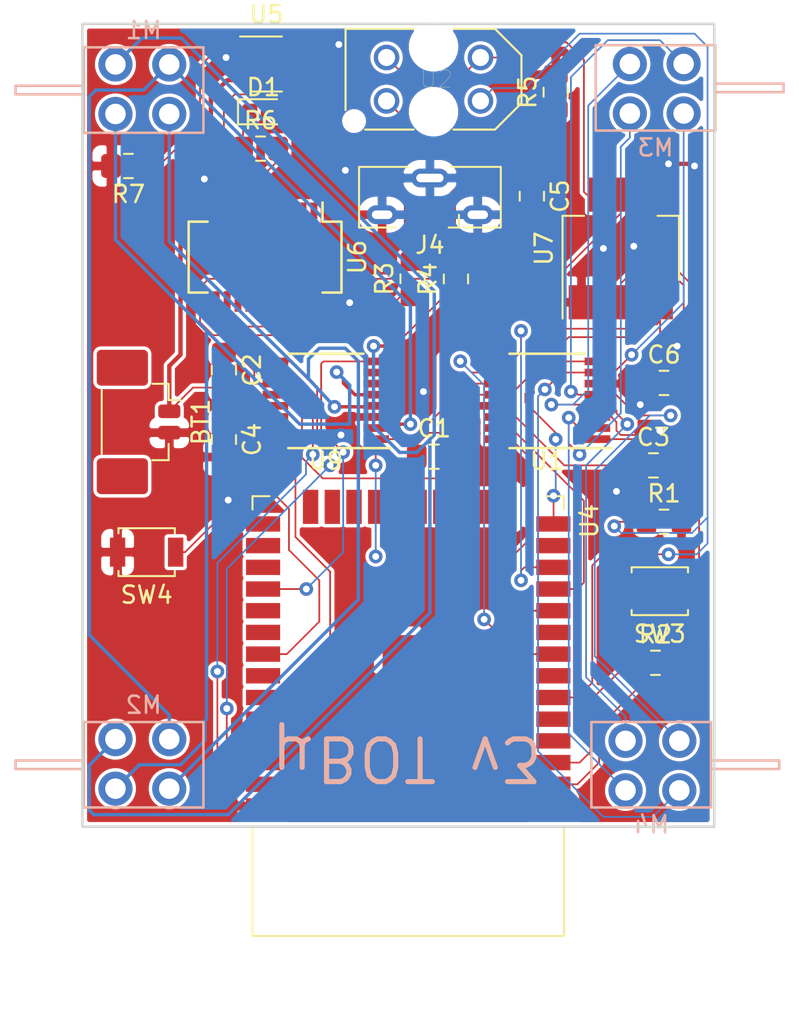
<source format=kicad_pcb>
(kicad_pcb (version 20171130) (host pcbnew "(5.1.5)-3")
  (layers (0 F.Cu signal) (31 B.Cu signal) (34 B.Paste user) (35 F.Paste user) (36 B.SilkS user) (37 F.SilkS user) (38 B.Mask user) (39 F.Mask user) (44 Edge.Cuts user))
  (net 0 "")
  (net 1 "Net-(J4-Pad4)")
  (net 2 "Net-(J4-Pad3)")
  (net 3 "Net-(J4-Pad2)")
  (net 4 +BATT)
  (net 5 GND)
  (net 6 "Net-(C1-Pad1)")
  (net 7 "Net-(C2-Pad1)")
  (net 8 "Net-(C3-Pad1)")
  (net 9 "Net-(C4-Pad1)")
  (net 10 +5V)
  (net 11 "Net-(D1-Pad1)")
  (net 12 /LEFT_D)
  (net 13 /LEFT_B)
  (net 14 /LEFT_C)
  (net 15 /LEFT_A)
  (net 16 /RIGHT_A)
  (net 17 /RIGHT_C)
  (net 18 /RIGHT_B)
  (net 19 /RIGHT_D)
  (net 20 /IR_VOUT)
  (net 21 "Net-(R2-Pad1)")
  (net 22 +3V3)
  (net 23 /USB_D+)
  (net 24 /USB_D-)
  (net 25 "Net-(R5-Pad1)")
  (net 26 "Net-(R6-Pad2)")
  (net 27 "Net-(R7-Pad1)")
  (net 28 "Net-(SW4-Pad1)")
  (net 29 /RIGHT_A_IO)
  (net 30 /RIGHT_B_IO)
  (net 31 /RIGHT_D_IO)
  (net 32 /RIGHT_C_IO)
  (net 33 /RIGHT_FAULT)
  (net 34 /MOTOR_SLEEP)
  (net 35 "Net-(U4-Pad4)")
  (net 36 "Net-(U4-Pad5)")
  (net 37 "Net-(U4-Pad7)")
  (net 38 "Net-(U4-Pad9)")
  (net 39 "Net-(U4-Pad13)")
  (net 40 "Net-(U4-Pad16)")
  (net 41 "Net-(U4-Pad17)")
  (net 42 "Net-(U4-Pad18)")
  (net 43 "Net-(U4-Pad19)")
  (net 44 "Net-(U4-Pad20)")
  (net 45 "Net-(U4-Pad22)")
  (net 46 "Net-(U4-Pad23)")
  (net 47 "Net-(U4-Pad24)")
  (net 48 "Net-(U4-Pad26)")
  (net 49 /LEFT_FAULT)
  (net 50 "Net-(U4-Pad29)")
  (net 51 /LEFT_A_IO)
  (net 52 "Net-(U4-Pad32)")
  (net 53 /LEFT_B_IO)
  (net 54 /ESP_RXD0)
  (net 55 /ESP_TXD0)
  (net 56 /LEFT_C_IO)
  (net 57 /LEFT_D_IO)
  (net 58 "Net-(U6-Pad1)")
  (net 59 "Net-(U6-Pad2)")
  (net 60 "Net-(U6-Pad4)")
  (net 61 "Net-(U6-Pad5)")
  (net 62 "Net-(U6-Pad7)")
  (net 63 "Net-(U6-Pad8)")
  (net 64 "Net-(U6-Pad9)")
  (net 65 "Net-(U6-Pad10)")
  (net 66 "Net-(U6-Pad14)")
  (net 67 "Net-(U6-Pad17)")
  (net 68 "Net-(U6-Pad18)")
  (net 69 "Net-(U6-Pad19)")
  (net 70 "Net-(U6-Pad20)")
  (net 71 "Net-(U4-Pad30)")
  (net 72 "Net-(U4-Pad27)")
  (module Connector_Molex:Molex_PicoBlade_53398-0271_1x02-1MP_P1.25mm_Vertical (layer F.Cu) (at 106.68 75.946 270)
    (fp_text reference BT1 (at 0 -3.1 90) (layer F.SilkS))
    (fp_text value Battery_Cell)
    (pad 1 smd roundrect (at -0.625 -1.25 270) (size 0.8 1.3) (layers F.Cu F.Paste F.Mask) (net 4 +BATT))
    (pad 2 smd roundrect (at 0.625 -1.25 270) (size 0.8 1.3) (layers F.Cu F.Paste F.Mask) (net 5 GND))
    (pad MP smd roundrect (at -3.175 1.5 270) (size 2.1 3) (layers F.Cu F.Paste F.Mask) (roundrect_rratio 0.119048))
    (pad MP smd roundrect (at 3.175 1.5 270) (size 2.1 3) (layers F.Cu F.Paste F.Mask) (roundrect_rratio 0.119048))
  )
  (module Capacitor_SMD:C_0805_2012Metric_Pad1.15x1.40mm_HandSolder (layer F.Cu) (at 123.444 77.978)
    (fp_text reference C1 (at 0 -1.65) (layer F.SilkS))
    (fp_text value 0.01uF)
    (pad 1 smd roundrect (at -1.025 0) (size 1.15 1.4) (layers F.Cu F.Paste F.Mask) (roundrect_rratio 0.217391) (net 6 "Net-(C1-Pad1)"))
    (pad 2 smd roundrect (at 1.025 0) (size 1.15 1.4) (layers F.Cu F.Paste F.Mask) (roundrect_rratio 0.217391) (net 4 +BATT))
  )
  (module Capacitor_SMD:C_0805_2012Metric_Pad1.15x1.40mm_HandSolder (layer F.Cu) (at 111.125 72.907 270)
    (fp_text reference C2 (at 0 -1.65 90) (layer F.SilkS))
    (fp_text value 0.01uF)
    (pad 1 smd roundrect (at -1.025 0 270) (size 1.15 1.4) (layers F.Cu F.Paste F.Mask) (roundrect_rratio 0.217391) (net 7 "Net-(C2-Pad1)"))
    (pad 2 smd roundrect (at 1.025 0 270) (size 1.15 1.4) (layers F.Cu F.Paste F.Mask) (roundrect_rratio 0.217391) (net 4 +BATT))
  )
  (module Capacitor_SMD:C_0805_2012Metric_Pad1.15x1.40mm_HandSolder (layer F.Cu) (at 136.28 78.486)
    (fp_text reference C3 (at 0 -1.65) (layer F.SilkS))
    (fp_text value C_Small)
    (pad 2 smd roundrect (at 1.025 0) (size 1.15 1.4) (layers F.Cu F.Paste F.Mask) (roundrect_rratio 0.217391) (net 5 GND))
    (pad 1 smd roundrect (at -1.025 0) (size 1.15 1.4) (layers F.Cu F.Paste F.Mask) (roundrect_rratio 0.217391) (net 8 "Net-(C3-Pad1)"))
  )
  (module Capacitor_SMD:C_0805_2012Metric_Pad1.15x1.40mm_HandSolder (layer F.Cu) (at 111.125 76.971 270)
    (fp_text reference C4 (at 0 -1.65 90) (layer F.SilkS))
    (fp_text value C_Small)
    (pad 2 smd roundrect (at 1.025 0 270) (size 1.15 1.4) (layers F.Cu F.Paste F.Mask) (roundrect_rratio 0.217391) (net 5 GND))
    (pad 1 smd roundrect (at -1.025 0 270) (size 1.15 1.4) (layers F.Cu F.Paste F.Mask) (roundrect_rratio 0.217391) (net 9 "Net-(C4-Pad1)"))
  )
  (module Capacitor_SMD:C_0805_2012Metric_Pad1.15x1.40mm_HandSolder (layer F.Cu) (at 129.159 62.729 270)
    (fp_text reference C5 (at 0 -1.65 90) (layer F.SilkS))
    (fp_text value 4.7uF)
    (pad 2 smd roundrect (at 1.025 0 270) (size 1.15 1.4) (layers F.Cu F.Paste F.Mask) (roundrect_rratio 0.217391) (net 5 GND))
    (pad 1 smd roundrect (at -1.025 0 270) (size 1.15 1.4) (layers F.Cu F.Paste F.Mask) (roundrect_rratio 0.217391) (net 10 +5V))
  )
  (module Capacitor_SMD:C_0805_2012Metric_Pad1.15x1.40mm_HandSolder (layer F.Cu) (at 136.897 73.66)
    (fp_text reference C6 (at 0 -1.65) (layer F.SilkS))
    (fp_text value 4.7uF)
    (pad 1 smd roundrect (at -1.025 0) (size 1.15 1.4) (layers F.Cu F.Paste F.Mask) (roundrect_rratio 0.217391) (net 4 +BATT))
    (pad 2 smd roundrect (at 1.025 0) (size 1.15 1.4) (layers F.Cu F.Paste F.Mask) (roundrect_rratio 0.217391) (net 5 GND))
  )
  (module LED_SMD:LED_0603_1608Metric (layer F.Cu) (at 113.4365 57.785)
    (fp_text reference D1 (at 0 -1.43) (layer F.SilkS))
    (fp_text value LED_Small)
    (pad 1 smd roundrect (at -0.7875 0) (size 0.875 0.95) (layers F.Cu F.Paste F.Mask) (net 11 "Net-(D1-Pad1)"))
    (pad 2 smd roundrect (at 0.7875 0) (size 0.875 0.95) (layers F.Cu F.Paste F.Mask) (net 10 +5V))
  )
  (module kicad_footprints:micro_stepper1 (layer B.Cu) (at 136.398 56.388)
    (fp_text reference M3 (at 0 3.5) (layer B.SilkS) (effects (justify mirror)))
    (fp_text value Stepper_Motor_bipolar)
    (pad 1 thru_hole circle (at -1.5 1.5) (size 2 2) (drill 1.2) (layers *.Cu *.Mask) (net 16 /RIGHT_A))
    (pad 3 thru_hole circle (at 1.65 1.5) (size 2 2) (drill 1.2) (layers *.Cu *.Mask) (net 17 /RIGHT_C))
    (pad 2 thru_hole circle (at -1.5 -1.4) (size 2 2) (drill 1.2) (layers *.Cu *.Mask) (net 18 /RIGHT_B))
    (pad 4 thru_hole circle (at 1.65 -1.4) (size 2 2) (drill 1.2) (layers *.Cu *.Mask) (net 19 /RIGHT_D))
  )
  (module kicad_footprints:micro_stepper1 (layer B.Cu) (at 136.144 96.012)
    (fp_text reference M4 (at 0 3.5) (layer B.SilkS) (effects (justify mirror)))
    (fp_text value Stepper_Motor_bipolar)
    (pad 4 thru_hole circle (at 1.65 -1.4) (size 2 2) (drill 1.2) (layers *.Cu *.Mask) (net 19 /RIGHT_D))
    (pad 2 thru_hole circle (at -1.5 -1.4) (size 2 2) (drill 1.2) (layers *.Cu *.Mask) (net 18 /RIGHT_B))
    (pad 3 thru_hole circle (at 1.65 1.5) (size 2 2) (drill 1.2) (layers *.Cu *.Mask) (net 17 /RIGHT_C))
    (pad 1 thru_hole circle (at -1.5 1.5) (size 2 2) (drill 1.2) (layers *.Cu *.Mask) (net 16 /RIGHT_A))
  )
  (module Resistor_SMD:R_0805_2012Metric_Pad1.15x1.40mm_HandSolder (layer F.Cu) (at 136.897 81.788)
    (fp_text reference R1 (at 0 -1.65) (layer F.SilkS))
    (fp_text value 10k)
    (pad 1 smd roundrect (at -1.025 0) (size 1.15 1.4) (layers F.Cu F.Paste F.Mask) (roundrect_rratio 0.217391) (net 20 /IR_VOUT))
    (pad 2 smd roundrect (at 1.025 0) (size 1.15 1.4) (layers F.Cu F.Paste F.Mask) (roundrect_rratio 0.217391) (net 5 GND))
  )
  (module Resistor_SMD:R_0805_2012Metric_Pad1.15x1.40mm_HandSolder (layer F.Cu) (at 136.398 90.043)
    (fp_text reference R2 (at 0 -1.65) (layer F.SilkS))
    (fp_text value 10K)
    (pad 1 smd roundrect (at -1.025 0) (size 1.15 1.4) (layers F.Cu F.Paste F.Mask) (roundrect_rratio 0.217391) (net 21 "Net-(R2-Pad1)"))
    (pad 2 smd roundrect (at 1.025 0) (size 1.15 1.4) (layers F.Cu F.Paste F.Mask) (roundrect_rratio 0.217391) (net 22 +3V3))
  )
  (module Resistor_SMD:R_0805_2012Metric_Pad1.15x1.40mm_HandSolder (layer F.Cu) (at 122.174 67.564 90)
    (fp_text reference R3 (at 0 -1.65 90) (layer F.SilkS))
    (fp_text value 27R)
    (pad 1 smd roundrect (at -1.025 0 90) (size 1.15 1.4) (layers F.Cu F.Paste F.Mask) (roundrect_rratio 0.217391) (net 23 /USB_D+))
    (pad 2 smd roundrect (at 1.025 0 90) (size 1.15 1.4) (layers F.Cu F.Paste F.Mask) (roundrect_rratio 0.217391) (net 2 "Net-(J4-Pad3)"))
  )
  (module Resistor_SMD:R_0805_2012Metric_Pad1.15x1.40mm_HandSolder (layer F.Cu) (at 124.714 67.573 90)
    (fp_text reference R4 (at 0 -1.65 90) (layer F.SilkS))
    (fp_text value 27R)
    (pad 2 smd roundrect (at 1.025 0 90) (size 1.15 1.4) (layers F.Cu F.Paste F.Mask) (roundrect_rratio 0.217391) (net 3 "Net-(J4-Pad2)"))
    (pad 1 smd roundrect (at -1.025 0 90) (size 1.15 1.4) (layers F.Cu F.Paste F.Mask) (roundrect_rratio 0.217391) (net 24 /USB_D-))
  )
  (module Resistor_SMD:R_0805_2012Metric_Pad1.15x1.40mm_HandSolder (layer F.Cu) (at 130.556 56.642 90)
    (fp_text reference R5 (at 0 -1.65 90) (layer F.SilkS))
    (fp_text value 220R)
    (pad 2 smd roundrect (at 1.025 0 90) (size 1.15 1.4) (layers F.Cu F.Paste F.Mask) (roundrect_rratio 0.217391) (net 5 GND))
    (pad 1 smd roundrect (at -1.025 0 90) (size 1.15 1.4) (layers F.Cu F.Paste F.Mask) (roundrect_rratio 0.217391) (net 25 "Net-(R5-Pad1)"))
  )
  (module Resistor_SMD:R_0805_2012Metric_Pad1.15x1.40mm_HandSolder (layer F.Cu) (at 113.275 59.944)
    (fp_text reference R6 (at 0 -1.65) (layer F.SilkS))
    (fp_text value 220R)
    (pad 1 smd roundrect (at -1.025 0) (size 1.15 1.4) (layers F.Cu F.Paste F.Mask) (roundrect_rratio 0.217391) (net 11 "Net-(D1-Pad1)"))
    (pad 2 smd roundrect (at 1.025 0) (size 1.15 1.4) (layers F.Cu F.Paste F.Mask) (roundrect_rratio 0.217391) (net 26 "Net-(R6-Pad2)"))
  )
  (module Resistor_SMD:R_0805_2012Metric_Pad1.15x1.40mm_HandSolder (layer F.Cu) (at 105.537 60.96 180)
    (fp_text reference R7 (at 0 -1.65) (layer F.SilkS))
    (fp_text value 2k)
    (pad 2 smd roundrect (at 1.025 0 180) (size 1.15 1.4) (layers F.Cu F.Paste F.Mask) (roundrect_rratio 0.217391) (net 5 GND))
    (pad 1 smd roundrect (at -1.025 0 180) (size 1.15 1.4) (layers F.Cu F.Paste F.Mask) (roundrect_rratio 0.217391) (net 27 "Net-(R7-Pad1)"))
  )
  (module Button_Switch_SMD:SW_SPST_B3U-1000P (layer F.Cu) (at 136.652 85.852 180)
    (fp_text reference SW3 (at 0 -2.5) (layer F.SilkS))
    (fp_text value EN)
    (pad 1 smd rect (at -1.7 0 180) (size 0.9 1.7) (layers F.Cu F.Paste F.Mask) (net 5 GND))
    (pad 2 smd rect (at 1.7 0 180) (size 0.9 1.7) (layers F.Cu F.Paste F.Mask) (net 21 "Net-(R2-Pad1)"))
  )
  (module Button_Switch_SMD:SW_SPST_B3U-1000P (layer F.Cu) (at 106.602 83.566 180)
    (fp_text reference SW4 (at 0 -2.5) (layer F.SilkS))
    (fp_text value BOOT)
    (pad 2 smd rect (at 1.7 0 180) (size 0.9 1.7) (layers F.Cu F.Paste F.Mask) (net 5 GND))
    (pad 1 smd rect (at -1.7 0 180) (size 0.9 1.7) (layers F.Cu F.Paste F.Mask) (net 28 "Net-(SW4-Pad1)"))
  )
  (module Package_SO:TSSOP-16_4.4x5mm_P0.65mm (layer F.Cu) (at 130.048 74.676 180)
    (fp_text reference U1 (at 0 -3.55) (layer F.SilkS))
    (fp_text value DRV8833PW)
    (pad 16 smd rect (at 2.95 -2.275 180) (size 1.5 0.45) (layers F.Cu F.Paste F.Mask) (net 29 /RIGHT_A_IO))
    (pad 15 smd rect (at 2.95 -1.625 180) (size 1.5 0.45) (layers F.Cu F.Paste F.Mask) (net 30 /RIGHT_B_IO))
    (pad 14 smd rect (at 2.95 -0.975 180) (size 1.5 0.45) (layers F.Cu F.Paste F.Mask) (net 8 "Net-(C3-Pad1)"))
    (pad 13 smd rect (at 2.95 -0.325 180) (size 1.5 0.45) (layers F.Cu F.Paste F.Mask) (net 5 GND))
    (pad 12 smd rect (at 2.95 0.325 180) (size 1.5 0.45) (layers F.Cu F.Paste F.Mask) (net 4 +BATT))
    (pad 11 smd rect (at 2.95 0.975 180) (size 1.5 0.45) (layers F.Cu F.Paste F.Mask) (net 6 "Net-(C1-Pad1)"))
    (pad 10 smd rect (at 2.95 1.625 180) (size 1.5 0.45) (layers F.Cu F.Paste F.Mask) (net 31 /RIGHT_D_IO))
    (pad 9 smd rect (at 2.95 2.275 180) (size 1.5 0.45) (layers F.Cu F.Paste F.Mask) (net 32 /RIGHT_C_IO))
    (pad 8 smd rect (at -2.95 2.275 180) (size 1.5 0.45) (layers F.Cu F.Paste F.Mask) (net 33 /RIGHT_FAULT))
    (pad 7 smd rect (at -2.95 1.625 180) (size 1.5 0.45) (layers F.Cu F.Paste F.Mask) (net 17 /RIGHT_C))
    (pad 6 smd rect (at -2.95 0.975 180) (size 1.5 0.45) (layers F.Cu F.Paste F.Mask) (net 5 GND))
    (pad 5 smd rect (at -2.95 0.325 180) (size 1.5 0.45) (layers F.Cu F.Paste F.Mask) (net 19 /RIGHT_D))
    (pad 4 smd rect (at -2.95 -0.325 180) (size 1.5 0.45) (layers F.Cu F.Paste F.Mask) (net 18 /RIGHT_B))
    (pad 3 smd rect (at -2.95 -0.975 180) (size 1.5 0.45) (layers F.Cu F.Paste F.Mask) (net 5 GND))
    (pad 2 smd rect (at -2.95 -1.625 180) (size 1.5 0.45) (layers F.Cu F.Paste F.Mask) (net 16 /RIGHT_A))
    (pad 1 smd rect (at -2.95 -2.275 180) (size 1.5 0.45) (layers F.Cu F.Paste F.Mask) (net 34 /MOTOR_SLEEP))
  )
  (module kicad_footprints:OPTO_TCRT5000 (layer F.Cu) (at 123.4 55.88)
    (fp_text reference U2 (at 0.171 0) (layer F.SilkS) (effects (font (size 1.004126 1.004126) (thickness 0.015))))
    (fp_text value TCRT5000)
    (pad None np_thru_hole circle (at 0 -1.9) (size 2.5 2.5) (drill 2.5) (layers *.Cu *.Mask))
    (pad None np_thru_hole circle (at 0 1.9) (size 2.5 2.5) (drill 2.5) (layers *.Cu *.Mask))
    (pad None np_thru_hole circle (at -4.65 2.45) (size 1 1) (drill 1) (layers *.Cu *.Mask))
    (pad CATH thru_hole circle (at 2.75 1.27) (size 1.5 1.5) (drill 1) (layers *.Cu *.Mask) (net 20 /IR_VOUT))
    (pad A thru_hole circle (at 2.75 -1.27) (size 1.5 1.5) (drill 1) (layers *.Cu *.Mask) (net 22 +3V3))
    (pad E thru_hole circle (at -2.75 1.27) (size 1.5 1.5) (drill 1) (layers *.Cu *.Mask) (net 25 "Net-(R5-Pad1)"))
    (pad COLL thru_hole circle (at -2.75 -1.27) (size 1.5 1.5) (drill 1) (layers *.Cu *.Mask) (net 22 +3V3))
  )
  (module RF_Module:ESP32-WROOM-32 (layer F.Cu) (at 121.92 90.17 180)
    (fp_text reference U4 (at -10.61 8.43 90) (layer F.SilkS))
    (fp_text value ESP32-WROOM-32D)
    (pad 39 smd rect (at -1 -0.755 180) (size 5 5) (layers F.Cu F.Paste F.Mask) (net 5 GND))
    (pad 1 smd rect (at -8.5 -8.255 180) (size 2 0.9) (layers F.Cu F.Paste F.Mask) (net 5 GND))
    (pad 2 smd rect (at -8.5 -6.985 180) (size 2 0.9) (layers F.Cu F.Paste F.Mask) (net 22 +3V3))
    (pad 3 smd rect (at -8.5 -5.715 180) (size 2 0.9) (layers F.Cu F.Paste F.Mask) (net 21 "Net-(R2-Pad1)"))
    (pad 4 smd rect (at -8.5 -4.445 180) (size 2 0.9) (layers F.Cu F.Paste F.Mask) (net 35 "Net-(U4-Pad4)"))
    (pad 5 smd rect (at -8.5 -3.175 180) (size 2 0.9) (layers F.Cu F.Paste F.Mask) (net 36 "Net-(U4-Pad5)"))
    (pad 6 smd rect (at -8.5 -1.905 180) (size 2 0.9) (layers F.Cu F.Paste F.Mask) (net 20 /IR_VOUT))
    (pad 7 smd rect (at -8.5 -0.635 180) (size 2 0.9) (layers F.Cu F.Paste F.Mask) (net 37 "Net-(U4-Pad7)"))
    (pad 8 smd rect (at -8.5 0.635 180) (size 2 0.9) (layers F.Cu F.Paste F.Mask) (net 31 /RIGHT_D_IO))
    (pad 9 smd rect (at -8.5 1.905 180) (size 2 0.9) (layers F.Cu F.Paste F.Mask) (net 38 "Net-(U4-Pad9)"))
    (pad 10 smd rect (at -8.5 3.175 180) (size 2 0.9) (layers F.Cu F.Paste F.Mask) (net 29 /RIGHT_A_IO))
    (pad 11 smd rect (at -8.5 4.445 180) (size 2 0.9) (layers F.Cu F.Paste F.Mask) (net 30 /RIGHT_B_IO))
    (pad 12 smd rect (at -8.5 5.715 180) (size 2 0.9) (layers F.Cu F.Paste F.Mask) (net 32 /RIGHT_C_IO))
    (pad 13 smd rect (at -8.5 6.985 180) (size 2 0.9) (layers F.Cu F.Paste F.Mask) (net 39 "Net-(U4-Pad13)"))
    (pad 14 smd rect (at -8.5 8.255 180) (size 2 0.9) (layers F.Cu F.Paste F.Mask) (net 33 /RIGHT_FAULT))
    (pad 15 smd rect (at -5.715 9.255 270) (size 2 0.9) (layers F.Cu F.Paste F.Mask) (net 5 GND))
    (pad 16 smd rect (at -4.445 9.255 270) (size 2 0.9) (layers F.Cu F.Paste F.Mask) (net 40 "Net-(U4-Pad16)"))
    (pad 17 smd rect (at -3.175 9.255 270) (size 2 0.9) (layers F.Cu F.Paste F.Mask) (net 41 "Net-(U4-Pad17)"))
    (pad 18 smd rect (at -1.905 9.255 270) (size 2 0.9) (layers F.Cu F.Paste F.Mask) (net 42 "Net-(U4-Pad18)"))
    (pad 19 smd rect (at -0.635 9.255 270) (size 2 0.9) (layers F.Cu F.Paste F.Mask) (net 43 "Net-(U4-Pad19)"))
    (pad 20 smd rect (at 0.635 9.255 270) (size 2 0.9) (layers F.Cu F.Paste F.Mask) (net 44 "Net-(U4-Pad20)"))
    (pad 21 smd rect (at 1.905 9.255 270) (size 2 0.9) (layers F.Cu F.Paste F.Mask) (net 34 /MOTOR_SLEEP))
    (pad 22 smd rect (at 3.175 9.255 270) (size 2 0.9) (layers F.Cu F.Paste F.Mask) (net 45 "Net-(U4-Pad22)"))
    (pad 23 smd rect (at 4.445 9.255 270) (size 2 0.9) (layers F.Cu F.Paste F.Mask) (net 46 "Net-(U4-Pad23)"))
    (pad 24 smd rect (at 5.715 9.255 270) (size 2 0.9) (layers F.Cu F.Paste F.Mask) (net 47 "Net-(U4-Pad24)"))
    (pad 25 smd rect (at 8.5 8.255 180) (size 2 0.9) (layers F.Cu F.Paste F.Mask) (net 28 "Net-(SW4-Pad1)"))
    (pad 26 smd rect (at 8.5 6.985 180) (size 2 0.9) (layers F.Cu F.Paste F.Mask) (net 48 "Net-(U4-Pad26)"))
    (pad 27 smd rect (at 8.5 5.715 180) (size 2 0.9) (layers F.Cu F.Paste F.Mask) (net 72 "Net-(U4-Pad27)"))
    (pad 28 smd rect (at 8.5 4.445 180) (size 2 0.9) (layers F.Cu F.Paste F.Mask) (net 49 /LEFT_FAULT))
    (pad 29 smd rect (at 8.5 3.175 180) (size 2 0.9) (layers F.Cu F.Paste F.Mask) (net 50 "Net-(U4-Pad29)"))
    (pad 30 smd rect (at 8.5 1.905 180) (size 2 0.9) (layers F.Cu F.Paste F.Mask) (net 71 "Net-(U4-Pad30)"))
    (pad 31 smd rect (at 8.5 0.635 180) (size 2 0.9) (layers F.Cu F.Paste F.Mask) (net 51 /LEFT_A_IO))
    (pad 32 smd rect (at 8.5 -0.635 180) (size 2 0.9) (layers F.Cu F.Paste F.Mask) (net 52 "Net-(U4-Pad32)"))
    (pad 33 smd rect (at 8.5 -1.905 180) (size 2 0.9) (layers F.Cu F.Paste F.Mask) (net 53 /LEFT_B_IO))
    (pad 34 smd rect (at 8.5 -3.175 180) (size 2 0.9) (layers F.Cu F.Paste F.Mask) (net 54 /ESP_RXD0))
    (pad 35 smd rect (at 8.5 -4.445 180) (size 2 0.9) (layers F.Cu F.Paste F.Mask) (net 55 /ESP_TXD0))
    (pad 36 smd rect (at 8.5 -5.715 180) (size 2 0.9) (layers F.Cu F.Paste F.Mask) (net 56 /LEFT_C_IO))
    (pad 37 smd rect (at 8.5 -6.985 180) (size 2 0.9) (layers F.Cu F.Paste F.Mask) (net 57 /LEFT_D_IO))
    (pad 38 smd rect (at 8.5 -8.255 180) (size 2 0.9) (layers F.Cu F.Paste F.Mask) (net 5 GND))
  )
  (module Package_TO_SOT_SMD:SOT-23-5 (layer F.Cu) (at 113.622 54.991)
    (fp_text reference U5 (at 0 -2.9) (layer F.SilkS))
    (fp_text value MCP73812T-420I-OT)
    (pad 1 smd rect (at -1.1 -0.95) (size 1.06 0.65) (layers F.Cu F.Paste F.Mask) (net 26 "Net-(R6-Pad2)"))
    (pad 2 smd rect (at -1.1 0) (size 1.06 0.65) (layers F.Cu F.Paste F.Mask) (net 5 GND))
    (pad 3 smd rect (at -1.1 0.95) (size 1.06 0.65) (layers F.Cu F.Paste F.Mask) (net 4 +BATT))
    (pad 4 smd rect (at 1.1 0.95) (size 1.06 0.65) (layers F.Cu F.Paste F.Mask) (net 10 +5V))
    (pad 5 smd rect (at 1.1 -0.95) (size 1.06 0.65) (layers F.Cu F.Paste F.Mask) (net 27 "Net-(R7-Pad1)"))
  )
  (module Package_SO:SSOP-20_3.9x8.7mm_P0.635mm (layer F.Cu) (at 113.538 66.294 270)
    (fp_text reference U6 (at 0 -5.4 90) (layer F.SilkS))
    (fp_text value FT231XS)
    (pad 1 smd rect (at -2.6 -2.8575 270) (size 1.2 0.4) (layers F.Cu F.Paste F.Mask) (net 58 "Net-(U6-Pad1)"))
    (pad 2 smd rect (at -2.6 -2.2225 270) (size 1.2 0.4) (layers F.Cu F.Paste F.Mask) (net 59 "Net-(U6-Pad2)"))
    (pad 3 smd rect (at -2.6 -1.5875 270) (size 1.2 0.4) (layers F.Cu F.Paste F.Mask) (net 22 +3V3))
    (pad 4 smd rect (at -2.6 -0.9525 270) (size 1.2 0.4) (layers F.Cu F.Paste F.Mask) (net 60 "Net-(U6-Pad4)"))
    (pad 5 smd rect (at -2.6 -0.3175 270) (size 1.2 0.4) (layers F.Cu F.Paste F.Mask) (net 61 "Net-(U6-Pad5)"))
    (pad 6 smd rect (at -2.6 0.3175 270) (size 1.2 0.4) (layers F.Cu F.Paste F.Mask) (net 5 GND))
    (pad 7 smd rect (at -2.6 0.9525 270) (size 1.2 0.4) (layers F.Cu F.Paste F.Mask) (net 62 "Net-(U6-Pad7)"))
    (pad 8 smd rect (at -2.6 1.5875 270) (size 1.2 0.4) (layers F.Cu F.Paste F.Mask) (net 63 "Net-(U6-Pad8)"))
    (pad 9 smd rect (at -2.6 2.2225 270) (size 1.2 0.4) (layers F.Cu F.Paste F.Mask) (net 64 "Net-(U6-Pad9)"))
    (pad 10 smd rect (at -2.6 2.8575 270) (size 1.2 0.4) (layers F.Cu F.Paste F.Mask) (net 65 "Net-(U6-Pad10)"))
    (pad 11 smd rect (at 2.6 2.8575 270) (size 1.2 0.4) (layers F.Cu F.Paste F.Mask) (net 23 /USB_D+))
    (pad 12 smd rect (at 2.6 2.2225 270) (size 1.2 0.4) (layers F.Cu F.Paste F.Mask) (net 24 /USB_D-))
    (pad 13 smd rect (at 2.6 1.5875 270) (size 1.2 0.4) (layers F.Cu F.Paste F.Mask) (net 22 +3V3))
    (pad 14 smd rect (at 2.6 0.9525 270) (size 1.2 0.4) (layers F.Cu F.Paste F.Mask) (net 66 "Net-(U6-Pad14)"))
    (pad 15 smd rect (at 2.6 0.3175 270) (size 1.2 0.4) (layers F.Cu F.Paste F.Mask) (net 22 +3V3))
    (pad 16 smd rect (at 2.6 -0.3175 270) (size 1.2 0.4) (layers F.Cu F.Paste F.Mask) (net 5 GND))
    (pad 17 smd rect (at 2.6 -0.9525 270) (size 1.2 0.4) (layers F.Cu F.Paste F.Mask) (net 67 "Net-(U6-Pad17)"))
    (pad 18 smd rect (at 2.6 -1.5875 270) (size 1.2 0.4) (layers F.Cu F.Paste F.Mask) (net 68 "Net-(U6-Pad18)"))
    (pad 19 smd rect (at 2.6 -2.2225 270) (size 1.2 0.4) (layers F.Cu F.Paste F.Mask) (net 69 "Net-(U6-Pad19)"))
    (pad 20 smd rect (at 2.6 -2.8575 270) (size 1.2 0.4) (layers F.Cu F.Paste F.Mask) (net 70 "Net-(U6-Pad20)"))
  )
  (module Package_TO_SOT_SMD:SOT-223-3_TabPin2 (layer F.Cu) (at 134.366 65.786 90)
    (fp_text reference U7 (at 0 -4.5 90) (layer F.SilkS))
    (fp_text value LM1117-3.3)
    (pad 2 smd rect (at 3.15 0 90) (size 2 3.8) (layers F.Cu F.Paste F.Mask) (net 22 +3V3))
    (pad 2 smd rect (at -3.15 0 90) (size 2 1.5) (layers F.Cu F.Paste F.Mask) (net 22 +3V3))
    (pad 3 smd rect (at -3.15 2.3 90) (size 2 1.5) (layers F.Cu F.Paste F.Mask) (net 4 +BATT))
    (pad 1 smd rect (at -3.15 -2.3 90) (size 2 1.5) (layers F.Cu F.Paste F.Mask) (net 5 GND))
  )
  (module Package_SO:TSSOP-16_4.4x5mm_P0.65mm (layer F.Cu) (at 117.094 74.676 180)
    (fp_text reference U9 (at 0 -3.55) (layer F.SilkS))
    (fp_text value DRV8833PW)
    (pad 1 smd rect (at -2.95 -2.275 180) (size 1.5 0.45) (layers F.Cu F.Paste F.Mask) (net 34 /MOTOR_SLEEP))
    (pad 2 smd rect (at -2.95 -1.625 180) (size 1.5 0.45) (layers F.Cu F.Paste F.Mask) (net 15 /LEFT_A))
    (pad 3 smd rect (at -2.95 -0.975 180) (size 1.5 0.45) (layers F.Cu F.Paste F.Mask) (net 5 GND))
    (pad 4 smd rect (at -2.95 -0.325 180) (size 1.5 0.45) (layers F.Cu F.Paste F.Mask) (net 13 /LEFT_B))
    (pad 5 smd rect (at -2.95 0.325 180) (size 1.5 0.45) (layers F.Cu F.Paste F.Mask) (net 12 /LEFT_D))
    (pad 6 smd rect (at -2.95 0.975 180) (size 1.5 0.45) (layers F.Cu F.Paste F.Mask) (net 5 GND))
    (pad 7 smd rect (at -2.95 1.625 180) (size 1.5 0.45) (layers F.Cu F.Paste F.Mask) (net 14 /LEFT_C))
    (pad 8 smd rect (at -2.95 2.275 180) (size 1.5 0.45) (layers F.Cu F.Paste F.Mask) (net 49 /LEFT_FAULT))
    (pad 9 smd rect (at 2.95 2.275 180) (size 1.5 0.45) (layers F.Cu F.Paste F.Mask) (net 56 /LEFT_C_IO))
    (pad 10 smd rect (at 2.95 1.625 180) (size 1.5 0.45) (layers F.Cu F.Paste F.Mask) (net 57 /LEFT_D_IO))
    (pad 11 smd rect (at 2.95 0.975 180) (size 1.5 0.45) (layers F.Cu F.Paste F.Mask) (net 7 "Net-(C2-Pad1)"))
    (pad 12 smd rect (at 2.95 0.325 180) (size 1.5 0.45) (layers F.Cu F.Paste F.Mask) (net 4 +BATT))
    (pad 13 smd rect (at 2.95 -0.325 180) (size 1.5 0.45) (layers F.Cu F.Paste F.Mask) (net 5 GND))
    (pad 14 smd rect (at 2.95 -0.975 180) (size 1.5 0.45) (layers F.Cu F.Paste F.Mask) (net 9 "Net-(C4-Pad1)"))
    (pad 15 smd rect (at 2.95 -1.625 180) (size 1.5 0.45) (layers F.Cu F.Paste F.Mask) (net 53 /LEFT_B_IO))
    (pad 16 smd rect (at 2.95 -2.275 180) (size 1.5 0.45) (layers F.Cu F.Paste F.Mask) (net 51 /LEFT_A_IO))
  )
  (module kicad_footprints:micro_stepper1 (layer B.Cu) (at 106.426 56.515 180)
    (fp_text reference M1 (at 0 3.5) (layer B.SilkS) (effects (justify mirror)))
    (fp_text value Stepper_Motor_bipolar)
    (pad 1 thru_hole circle (at -1.5 1.5 180) (size 2 2) (drill 1.2) (layers *.Cu *.Mask) (net 15 /LEFT_A))
    (pad 3 thru_hole circle (at 1.65 1.5 180) (size 2 2) (drill 1.2) (layers *.Cu *.Mask) (net 14 /LEFT_C))
    (pad 2 thru_hole circle (at -1.5 -1.4 180) (size 2 2) (drill 1.2) (layers *.Cu *.Mask) (net 13 /LEFT_B))
    (pad 4 thru_hole circle (at 1.65 -1.4 180) (size 2 2) (drill 1.2) (layers *.Cu *.Mask) (net 12 /LEFT_D))
  )
  (module kicad_footprints:micro_stepper1 (layer B.Cu) (at 106.426 96.012 180)
    (fp_text reference M2 (at 0 3.5) (layer B.SilkS) (effects (justify mirror)))
    (fp_text value Stepper_Motor_bipolar)
    (pad 4 thru_hole circle (at 1.65 -1.4 180) (size 2 2) (drill 1.2) (layers *.Cu *.Mask) (net 12 /LEFT_D))
    (pad 2 thru_hole circle (at -1.5 -1.4 180) (size 2 2) (drill 1.2) (layers *.Cu *.Mask) (net 13 /LEFT_B))
    (pad 3 thru_hole circle (at 1.65 1.5 180) (size 2 2) (drill 1.2) (layers *.Cu *.Mask) (net 14 /LEFT_C))
    (pad 1 thru_hole circle (at -1.5 1.5 180) (size 2 2) (drill 1.2) (layers *.Cu *.Mask) (net 15 /LEFT_A))
  )
  (module Connector_USB:USB_Micro-B_Molex-105133-0001 (layer F.Cu) (at 123.19 62.738 180)
    (fp_text reference J4 (at 0 -2.85) (layer F.SilkS))
    (fp_text value USB_B_Micro)
    (pad 3 smd rect (at 0 -0.825 180) (size 0.45 1.5) (layers F.Cu F.Paste F.Mask) (net 2 "Net-(J4-Pad3)"))
    (pad 4 smd rect (at 0.65 -0.825 180) (size 0.45 1.5) (layers F.Cu F.Paste F.Mask) (net 1 "Net-(J4-Pad4)"))
    (pad 2 smd rect (at -0.65 -0.825 180) (size 0.45 1.5) (layers F.Cu F.Paste F.Mask) (net 3 "Net-(J4-Pad2)"))
    (pad 5 smd rect (at 1.3 -0.825 180) (size 0.45 1.5) (layers F.Cu F.Paste F.Mask) (net 5 GND))
    (pad 1 smd rect (at -1.3 -0.825 180) (size 0.45 1.5) (layers F.Cu F.Paste F.Mask) (net 10 +5V))
    (pad 6 thru_hole oval (at -2.8 -1.075 180) (size 1.8 1.1) (drill oval 1.2 0.5) (layers *.Cu *.Mask) (net 5 GND))
    (pad 6 thru_hole oval (at 2.8 -1.075 180) (size 1.8 1.1) (drill oval 1.2 0.5) (layers *.Cu *.Mask) (net 5 GND))
    (pad 6 thru_hole oval (at 0 1.075 180) (size 2.2 1.1) (drill oval 1.6 0.5) (layers *.Cu *.Mask) (net 5 GND))
  )
  (gr_line (start 102.84 52.64) (end 102.84 99.64) (layer Edge.Cuts) (width 0.15))
  (gr_line (start 139.84 99.64) (end 139.84 52.64) (layer Edge.Cuts) (width 0.15))
  (gr_text "μBOT v3" (at 121.84 95.64 180) (layer B.SilkS) (effects (font (size 2.5 2.5) (thickness 0.3)) (justify mirror)))
  (gr_line (start 102.84 99.64) (end 139.84 99.64) (layer Edge.Cuts) (width 0.15))
  (gr_line (start 139.84 52.64) (end 102.84 52.64) (layer Edge.Cuts) (width 0.15))
  (segment (start 123.19 63.563) (end 123.19 64.77) (width 0.1) (layer F.Cu) (net 2))
  (segment (start 122.174 65.786) (end 122.174 66.539) (width 0.1) (layer F.Cu) (net 2))
  (segment (start 123.19 64.77) (end 122.174 65.786) (width 0.1) (layer F.Cu) (net 2))
  (segment (start 123.84 63.563) (end 123.84 64.413) (width 0.1) (layer F.Cu) (net 3))
  (segment (start 124.714 65.287) (end 124.714 66.548) (width 0.1) (layer F.Cu) (net 3))
  (segment (start 123.84 64.413) (end 124.714 65.287) (width 0.1) (layer F.Cu) (net 3))
  (segment (start 124.469 77.978) (end 124.469 76.953) (width 0.1) (layer F.Cu) (net 4))
  (segment (start 124.469 76.953) (end 125.222 76.2) (width 0.1) (layer F.Cu) (net 4))
  (segment (start 125.222 76.2) (end 125.222 74.93) (width 0.1) (layer F.Cu) (net 4))
  (segment (start 125.801 74.351) (end 127.098 74.351) (width 0.1) (layer F.Cu) (net 4))
  (segment (start 125.222 74.93) (end 125.801 74.351) (width 0.1) (layer F.Cu) (net 4))
  (segment (start 135.872 73.66) (end 135.872 71.646) (width 0.1) (layer F.Cu) (net 4))
  (segment (start 136.666 70.852) (end 136.666 68.936) (width 0.1) (layer F.Cu) (net 4))
  (segment (start 135.872 71.646) (end 136.666 70.852) (width 0.1) (layer F.Cu) (net 4))
  (segment (start 107.93 75.321) (end 107.93 72.664) (width 0.254) (layer F.Cu) (net 4))
  (segment (start 107.93 72.664) (end 108.585 72.009) (width 0.254) (layer F.Cu) (net 4))
  (segment (start 108.585 72.009) (end 108.585 60.579) (width 0.254) (layer F.Cu) (net 4))
  (segment (start 108.585 60.579) (end 110.363 58.801) (width 0.254) (layer F.Cu) (net 4))
  (segment (start 110.363 58.801) (end 110.363 56.896) (width 0.254) (layer F.Cu) (net 4))
  (segment (start 111.318 55.941) (end 112.522 55.941) (width 0.254) (layer F.Cu) (net 4))
  (segment (start 110.363 56.896) (end 111.318 55.941) (width 0.254) (layer F.Cu) (net 4))
  (segment (start 113.294 73.701) (end 114.144 73.701) (width 0.1) (layer F.Cu) (net 7))
  (segment (start 111.252 74.023) (end 111.952 74.023) (width 0.1) (layer F.Cu) (net 4))
  (segment (start 109.319 73.932) (end 107.93 75.321) (width 0.1) (layer F.Cu) (net 4))
  (segment (start 111.125 73.932) (end 109.319 73.932) (width 0.1) (layer F.Cu) (net 4))
  (segment (start 113.294 74.351) (end 114.144 74.351) (width 0.1) (layer F.Cu) (net 4))
  (segment (start 112.244 74.351) (end 113.294 74.351) (width 0.1) (layer F.Cu) (net 4))
  (segment (start 111.825 73.932) (end 112.244 74.351) (width 0.1) (layer F.Cu) (net 4))
  (segment (start 111.125 73.932) (end 111.825 73.932) (width 0.1) (layer F.Cu) (net 4))
  (segment (start 135.521 70.981) (end 136.271 70.231) (width 0.1) (layer F.Cu) (net 4))
  (segment (start 136.471 70.231) (end 136.666 70.036) (width 0.1) (layer F.Cu) (net 4))
  (segment (start 127.907998 74.351) (end 129.148999 73.109999) (width 0.1) (layer F.Cu) (net 4))
  (segment (start 131.318 70.981) (end 135.521 70.981) (width 0.1) (layer F.Cu) (net 4))
  (segment (start 127.098 74.351) (end 127.907998 74.351) (width 0.1) (layer F.Cu) (net 4))
  (segment (start 129.189001 73.109999) (end 131.318 70.981) (width 0.1) (layer F.Cu) (net 4))
  (segment (start 136.271 70.231) (end 136.471 70.231) (width 0.1) (layer F.Cu) (net 4))
  (segment (start 136.666 70.036) (end 136.666 68.936) (width 0.1) (layer F.Cu) (net 4))
  (segment (start 129.148999 73.109999) (end 129.189001 73.109999) (width 0.1) (layer F.Cu) (net 4))
  (segment (start 124.469 78.678) (end 124.469 77.978) (width 0.1) (layer F.Cu) (net 4))
  (segment (start 116.914996 79.248) (end 123.899 79.248) (width 0.1) (layer F.Cu) (net 4))
  (segment (start 123.899 79.248) (end 124.469 78.678) (width 0.1) (layer F.Cu) (net 4))
  (segment (start 114.144 74.351) (end 114.994 74.351) (width 0.1) (layer F.Cu) (net 4))
  (segment (start 115.697 78.030004) (end 116.914996 79.248) (width 0.1) (layer F.Cu) (net 4))
  (segment (start 114.994 74.351) (end 115.697 75.054) (width 0.1) (layer F.Cu) (net 4))
  (segment (start 115.697 75.054) (end 115.697 78.030004) (width 0.1) (layer F.Cu) (net 4))
  (via (at 118.237 61.214) (size 0.8) (drill 0.4) (layers F.Cu B.Cu) (net 5))
  (via (at 111.379 80.518) (size 0.8) (drill 0.4) (layers F.Cu B.Cu) (net 5))
  (via (at 109.982 61.722) (size 0.8) (drill 0.4) (layers F.Cu B.Cu) (net 5))
  (via (at 118.491 68.961) (size 0.8) (drill 0.4) (layers F.Cu B.Cu) (net 5))
  (via (at 117.983 76.708) (size 0.8) (drill 0.4) (layers F.Cu B.Cu) (net 5))
  (via (at 122.809 74.168) (size 0.8) (drill 0.4) (layers F.Cu B.Cu) (net 5))
  (via (at 137.668 71.501) (size 0.8) (drill 0.4) (layers F.Cu B.Cu) (net 5))
  (via (at 135.509 74.93) (size 0.8) (drill 0.4) (layers F.Cu B.Cu) (net 5))
  (via (at 111.252 54.61) (size 0.8) (drill 0.4) (layers F.Cu B.Cu) (net 5))
  (segment (start 132.998 75.651) (end 133.848 75.651) (width 0.1) (layer F.Cu) (net 5))
  (via (at 136.652 76.454) (size 0.8) (drill 0.4) (layers F.Cu B.Cu) (net 5))
  (segment (start 133.848 75.651) (end 133.848 75.682) (width 0.1) (layer F.Cu) (net 5))
  (segment (start 133.848 75.682) (end 134.112 75.946) (width 0.1) (layer F.Cu) (net 5))
  (segment (start 134.112 75.946) (end 134.112 76.454) (width 0.1) (layer F.Cu) (net 5))
  (segment (start 134.112 76.454) (end 134.366 76.708) (width 0.1) (layer F.Cu) (net 5))
  (segment (start 135.832315 76.708) (end 136.086315 76.454) (width 0.1) (layer F.Cu) (net 5))
  (segment (start 136.086315 76.454) (end 136.652 76.454) (width 0.1) (layer F.Cu) (net 5))
  (segment (start 134.366 76.708) (end 135.832315 76.708) (width 0.1) (layer F.Cu) (net 5))
  (via (at 135.128 65.659) (size 0.8) (drill 0.4) (layers F.Cu B.Cu) (net 5))
  (via (at 134.112 80.01) (size 0.8) (drill 0.4) (layers F.Cu B.Cu) (net 5))
  (via (at 133.35 65.786) (size 0.8) (drill 0.4) (layers F.Cu B.Cu) (net 5))
  (via (at 138.684 60.96) (size 0.8) (drill 0.4) (layers F.Cu B.Cu) (net 5))
  (via (at 137.16 60.833) (size 0.8) (drill 0.4) (layers F.Cu B.Cu) (net 5))
  (segment (start 138.557 60.833) (end 138.684 60.96) (width 0.254) (layer F.Cu) (net 5))
  (segment (start 137.16 60.833) (end 138.557 60.833) (width 0.254) (layer F.Cu) (net 5))
  (via (at 117.856 53.848) (size 0.8) (drill 0.4) (layers F.Cu B.Cu) (net 5))
  (segment (start 122.419 77.278) (end 123.116 76.581) (width 0.1) (layer F.Cu) (net 6))
  (segment (start 122.419 77.978) (end 122.419 77.278) (width 0.1) (layer F.Cu) (net 6))
  (segment (start 123.116 76.581) (end 123.825 76.581) (width 0.1) (layer F.Cu) (net 6))
  (segment (start 123.825 76.581) (end 124.714 75.692) (width 0.1) (layer F.Cu) (net 6))
  (segment (start 124.714 75.692) (end 124.714 74.295) (width 0.1) (layer F.Cu) (net 6))
  (segment (start 125.308 73.701) (end 127.098 73.701) (width 0.1) (layer F.Cu) (net 6))
  (segment (start 124.714 74.295) (end 125.308 73.701) (width 0.1) (layer F.Cu) (net 6))
  (segment (start 111.825 71.882) (end 112.903 72.96) (width 0.1) (layer F.Cu) (net 7))
  (segment (start 111.125 71.882) (end 111.825 71.882) (width 0.1) (layer F.Cu) (net 7))
  (segment (start 112.903 72.96) (end 112.903 73.66) (width 0.1) (layer F.Cu) (net 7))
  (segment (start 112.944 73.701) (end 114.144 73.701) (width 0.1) (layer F.Cu) (net 7))
  (segment (start 112.903 73.66) (end 112.944 73.701) (width 0.1) (layer F.Cu) (net 7))
  (segment (start 135.255 78.486) (end 131.064 78.486) (width 0.1) (layer F.Cu) (net 8))
  (segment (start 128.229 75.651) (end 127.098 75.651) (width 0.1) (layer F.Cu) (net 8))
  (segment (start 131.064 78.486) (end 128.229 75.651) (width 0.1) (layer F.Cu) (net 8))
  (segment (start 113.294 75.651) (end 114.144 75.651) (width 0.1) (layer F.Cu) (net 9))
  (segment (start 111.825 75.946) (end 112.12 75.651) (width 0.1) (layer F.Cu) (net 9))
  (segment (start 112.12 75.651) (end 113.294 75.651) (width 0.1) (layer F.Cu) (net 9))
  (segment (start 111.125 75.946) (end 111.825 75.946) (width 0.1) (layer F.Cu) (net 9))
  (segment (start 114.224 56.439) (end 114.722 55.941) (width 0.1) (layer F.Cu) (net 10))
  (segment (start 114.224 57.785) (end 114.224 56.439) (width 0.1) (layer F.Cu) (net 10))
  (segment (start 124.49 62.559) (end 125.581 61.468) (width 0.254) (layer F.Cu) (net 10))
  (segment (start 124.49 63.563) (end 124.49 62.559) (width 0.254) (layer F.Cu) (net 10))
  (segment (start 125.581 61.468) (end 125.581 60.347) (width 0.254) (layer F.Cu) (net 10))
  (segment (start 125.581 60.347) (end 125.178 59.944) (width 0.254) (layer F.Cu) (net 10))
  (segment (start 125.178 59.944) (end 117.221 59.944) (width 0.254) (layer F.Cu) (net 10))
  (segment (start 117.221 59.944) (end 116.586 59.309) (width 0.254) (layer F.Cu) (net 10))
  (segment (start 116.586 59.309) (end 116.586 57.023) (width 0.254) (layer F.Cu) (net 10))
  (segment (start 116.586 57.023) (end 115.443 55.88) (width 0.254) (layer F.Cu) (net 10))
  (segment (start 115.382 55.941) (end 114.722 55.941) (width 0.254) (layer F.Cu) (net 10))
  (segment (start 115.443 55.88) (end 115.382 55.941) (width 0.254) (layer F.Cu) (net 10))
  (segment (start 128.377 60.347) (end 125.581 60.347) (width 0.1) (layer F.Cu) (net 10))
  (segment (start 129.159 61.129) (end 128.377 60.347) (width 0.1) (layer F.Cu) (net 10))
  (segment (start 129.159 61.704) (end 129.159 61.129) (width 0.1) (layer F.Cu) (net 10))
  (segment (start 112.25 58.184) (end 112.649 57.785) (width 0.1) (layer F.Cu) (net 11))
  (segment (start 112.25 59.944) (end 112.25 58.184) (width 0.1) (layer F.Cu) (net 11))
  (segment (start 104.776 57.915) (end 104.776 65.279) (width 0.2) (layer B.Cu) (net 12))
  (via (at 117.729 73.025) (size 0.8) (drill 0.4) (layers F.Cu B.Cu) (net 12))
  (segment (start 118.128999 73.424999) (end 118.128999 73.678999) (width 0.2) (layer F.Cu) (net 12))
  (segment (start 117.729 73.025) (end 118.128999 73.424999) (width 0.2) (layer F.Cu) (net 12))
  (segment (start 118.801 74.351) (end 120.044 74.351) (width 0.2) (layer F.Cu) (net 12))
  (segment (start 118.128999 73.678999) (end 118.801 74.351) (width 0.2) (layer F.Cu) (net 12))
  (segment (start 104.776 65.279) (end 110.109 70.612) (width 0.2) (layer B.Cu) (net 12))
  (segment (start 118.491 76.073) (end 118.491 73.787) (width 0.2) (layer B.Cu) (net 12))
  (segment (start 110.109 70.612) (end 115.57 76.073) (width 0.2) (layer B.Cu) (net 12))
  (segment (start 115.57 76.073) (end 118.491 76.073) (width 0.2) (layer B.Cu) (net 12))
  (segment (start 118.491 73.787) (end 117.729 73.025) (width 0.2) (layer B.Cu) (net 12))
  (segment (start 110.016998 93.437998) (end 110.109 93.345996) (width 0.2) (layer B.Cu) (net 12))
  (segment (start 104.776 97.412) (end 106.176 96.012) (width 0.2) (layer B.Cu) (net 12))
  (segment (start 110.109 93.345996) (end 110.109 70.612) (width 0.2) (layer B.Cu) (net 12))
  (segment (start 106.176 96.012) (end 108.585 96.012) (width 0.2) (layer B.Cu) (net 12))
  (segment (start 108.585 96.012) (end 110.016998 94.580002) (width 0.2) (layer B.Cu) (net 12))
  (segment (start 110.016998 94.580002) (end 110.016998 93.437998) (width 0.2) (layer B.Cu) (net 12))
  (via (at 117.602 75.057) (size 0.8) (drill 0.4) (layers F.Cu B.Cu) (net 13))
  (segment (start 107.926 57.915) (end 107.926 65.381) (width 0.2) (layer B.Cu) (net 13))
  (segment (start 119.988 75.057) (end 120.044 75.001) (width 0.2) (layer F.Cu) (net 13))
  (segment (start 117.602 75.057) (end 119.988 75.057) (width 0.2) (layer F.Cu) (net 13))
  (segment (start 107.926 97.412) (end 118.999 86.339) (width 0.2) (layer B.Cu) (net 13))
  (segment (start 118.999 86.339) (end 118.999 72.39) (width 0.2) (layer B.Cu) (net 13))
  (segment (start 118.999 72.39) (end 118.237 71.628) (width 0.2) (layer B.Cu) (net 13))
  (segment (start 118.237 71.628) (end 116.713 71.628) (width 0.2) (layer B.Cu) (net 13))
  (segment (start 116.078 72.263) (end 116.078 73.406) (width 0.2) (layer B.Cu) (net 13))
  (segment (start 116.713 71.628) (end 116.078 72.263) (width 0.2) (layer B.Cu) (net 13))
  (segment (start 107.926 65.381) (end 116.078 73.406) (width 0.2) (layer B.Cu) (net 13))
  (segment (start 116.078 73.406) (end 117.602 75.057) (width 0.2) (layer B.Cu) (net 13))
  (segment (start 104.776 55.015) (end 106.324 53.467) (width 0.2) (layer B.Cu) (net 14))
  (segment (start 108.633326 53.467) (end 123.444 68.277674) (width 0.2) (layer B.Cu) (net 14))
  (segment (start 106.324 53.467) (end 108.633326 53.467) (width 0.2) (layer B.Cu) (net 14))
  (segment (start 123.444 68.277674) (end 123.444 76.708) (width 0.2) (layer B.Cu) (net 14))
  (segment (start 122.428 77.724) (end 121.412 77.724) (width 0.2) (layer B.Cu) (net 14))
  (segment (start 121.412 77.724) (end 119.888 76.2) (width 0.2) (layer B.Cu) (net 14))
  (via (at 119.888 71.501) (size 0.8) (drill 0.4) (layers F.Cu B.Cu) (net 14))
  (segment (start 119.888 76.2) (end 119.888 71.501) (width 0.2) (layer B.Cu) (net 14))
  (segment (start 119.888 71.501) (end 121.031 71.501) (width 0.2) (layer F.Cu) (net 14))
  (segment (start 121.031 71.501) (end 121.412 71.882) (width 0.2) (layer F.Cu) (net 14))
  (segment (start 121.412 71.882) (end 121.412 72.644) (width 0.2) (layer F.Cu) (net 14))
  (segment (start 121.005 73.051) (end 120.044 73.051) (width 0.2) (layer F.Cu) (net 14))
  (segment (start 121.412 72.644) (end 121.005 73.051) (width 0.2) (layer F.Cu) (net 14))
  (segment (start 104.776 94.512) (end 103.251 96.037) (width 0.2) (layer B.Cu) (net 14))
  (segment (start 103.251 96.037) (end 103.251 98.679) (width 0.2) (layer B.Cu) (net 14))
  (segment (start 103.251 98.679) (end 103.505 98.933) (width 0.2) (layer B.Cu) (net 14))
  (segment (start 103.505 98.933) (end 111.379 98.933) (width 0.2) (layer B.Cu) (net 14))
  (segment (start 123.19 87.122) (end 123.19 76.962) (width 0.2) (layer B.Cu) (net 14))
  (segment (start 111.379 98.933) (end 123.19 87.122) (width 0.2) (layer B.Cu) (net 14))
  (segment (start 123.444 76.708) (end 123.19 76.962) (width 0.2) (layer B.Cu) (net 14))
  (segment (start 123.19 76.962) (end 122.428 77.724) (width 0.2) (layer B.Cu) (net 14))
  (segment (start 107.926 55.015) (end 122.047 69.136) (width 0.2) (layer B.Cu) (net 15))
  (via (at 122.047 76.073) (size 0.8) (drill 0.4) (layers F.Cu B.Cu) (net 15))
  (segment (start 122.047 69.136) (end 122.047 76.073) (width 0.2) (layer B.Cu) (net 15))
  (segment (start 122.047 76.073) (end 121.412 76.073) (width 0.2) (layer F.Cu) (net 15))
  (segment (start 121.184 76.301) (end 120.044 76.301) (width 0.2) (layer F.Cu) (net 15))
  (segment (start 121.412 76.073) (end 121.184 76.301) (width 0.2) (layer F.Cu) (net 15))
  (segment (start 107.926 93.097787) (end 103.251 88.422787) (width 0.2) (layer B.Cu) (net 15))
  (segment (start 107.926 94.512) (end 107.926 93.097787) (width 0.2) (layer B.Cu) (net 15))
  (segment (start 103.251 88.422787) (end 103.251 56.896) (width 0.2) (layer B.Cu) (net 15))
  (segment (start 103.251 56.896) (end 103.632 56.515) (width 0.2) (layer B.Cu) (net 15))
  (segment (start 106.426 56.515) (end 107.926 55.015) (width 0.2) (layer B.Cu) (net 15))
  (segment (start 103.632 56.515) (end 106.426 56.515) (width 0.2) (layer B.Cu) (net 15))
  (via (at 131.318 75.692) (size 0.8) (drill 0.4) (layers F.Cu B.Cu) (net 16))
  (segment (start 134.644 97.512) (end 131.318 94.186) (width 0.1) (layer B.Cu) (net 16))
  (segment (start 131.318 94.186) (end 131.318 75.692) (width 0.1) (layer B.Cu) (net 16))
  (segment (start 131.717999 76.091999) (end 131.717999 76.218999) (width 0.1) (layer F.Cu) (net 16))
  (segment (start 131.318 75.692) (end 131.717999 76.091999) (width 0.1) (layer F.Cu) (net 16))
  (segment (start 131.8 76.301) (end 132.998 76.301) (width 0.1) (layer F.Cu) (net 16))
  (segment (start 131.717999 76.218999) (end 131.8 76.301) (width 0.1) (layer F.Cu) (net 16))
  (segment (start 134.366 75.438) (end 131.953 77.851) (width 0.1) (layer B.Cu) (net 16))
  (segment (start 134.898 57.888) (end 134.898 59.302213) (width 0.1) (layer B.Cu) (net 16))
  (segment (start 134.366 59.834213) (end 134.366 75.438) (width 0.1) (layer B.Cu) (net 16))
  (segment (start 134.898 59.302213) (end 134.366 59.834213) (width 0.1) (layer B.Cu) (net 16))
  (via (at 131.953 77.851) (size 0.8) (drill 0.4) (layers F.Cu B.Cu) (net 16))
  (segment (start 131.953 77.851) (end 131.318 77.216) (width 0.1) (layer F.Cu) (net 16))
  (segment (start 131.318 77.216) (end 131.318 75.692) (width 0.1) (layer F.Cu) (net 16))
  (via (at 135.001 72.009) (size 0.8) (drill 0.4) (layers F.Cu B.Cu) (net 17))
  (segment (start 138.048 57.888) (end 138.048 68.962) (width 0.1) (layer B.Cu) (net 17))
  (segment (start 138.048 68.962) (end 135.001 72.009) (width 0.1) (layer B.Cu) (net 17))
  (segment (start 133.959 73.051) (end 132.998 73.051) (width 0.1) (layer F.Cu) (net 17))
  (segment (start 135.001 72.009) (end 133.959 73.051) (width 0.1) (layer F.Cu) (net 17))
  (segment (start 133.35 99.06) (end 129.521001 95.231001) (width 0.1) (layer B.Cu) (net 17))
  (segment (start 129.521001 74.440999) (end 129.921 74.041) (width 0.1) (layer B.Cu) (net 17))
  (segment (start 130.911 73.051) (end 129.921 74.041) (width 0.1) (layer F.Cu) (net 17))
  (segment (start 136.246 99.06) (end 133.35 99.06) (width 0.1) (layer B.Cu) (net 17))
  (segment (start 129.521001 95.231001) (end 129.521001 74.440999) (width 0.1) (layer B.Cu) (net 17))
  (segment (start 137.794 97.512) (end 136.246 99.06) (width 0.1) (layer B.Cu) (net 17))
  (via (at 129.921 74.041) (size 0.8) (drill 0.4) (layers F.Cu B.Cu) (net 17))
  (segment (start 132.998 73.051) (end 130.911 73.051) (width 0.1) (layer F.Cu) (net 17))
  (segment (start 134.644 93.197787) (end 132.334 90.887787) (width 0.1) (layer B.Cu) (net 18))
  (segment (start 134.644 94.612) (end 134.644 93.197787) (width 0.1) (layer B.Cu) (net 18))
  (via (at 134.747 76.073) (size 0.8) (drill 0.4) (layers F.Cu B.Cu) (net 18))
  (segment (start 132.334 90.887787) (end 132.334 78.486) (width 0.1) (layer B.Cu) (net 18))
  (segment (start 132.334 78.486) (end 134.747 76.073) (width 0.1) (layer B.Cu) (net 18))
  (segment (start 134.747 76.073) (end 134.112 75.438) (width 0.1) (layer F.Cu) (net 18))
  (segment (start 133.848 75.001) (end 132.998 75.001) (width 0.1) (layer F.Cu) (net 18))
  (segment (start 134.112 75.265) (end 133.848 75.001) (width 0.1) (layer F.Cu) (net 18))
  (segment (start 134.112 75.438) (end 134.112 75.265) (width 0.1) (layer F.Cu) (net 18))
  (segment (start 134.898 54.988) (end 132.461 57.425) (width 0.1) (layer B.Cu) (net 18))
  (segment (start 132.461 57.425) (end 132.461 74.295) (width 0.1) (layer B.Cu) (net 18))
  (segment (start 132.461 74.295) (end 132.207 74.295) (width 0.1) (layer B.Cu) (net 18))
  (via (at 130.302 74.93) (size 0.8) (drill 0.4) (layers F.Cu B.Cu) (net 18))
  (segment (start 132.207 74.295) (end 131.572 74.93) (width 0.1) (layer B.Cu) (net 18))
  (segment (start 131.572 74.93) (end 130.302 74.93) (width 0.1) (layer B.Cu) (net 18))
  (segment (start 132.927 74.93) (end 132.998 75.001) (width 0.1) (layer F.Cu) (net 18))
  (segment (start 130.302 74.93) (end 132.927 74.93) (width 0.1) (layer F.Cu) (net 18))
  (via (at 137.287 75.565) (size 0.8) (drill 0.4) (layers F.Cu B.Cu) (net 19))
  (segment (start 132.842 89.66) (end 132.842 78.792004) (width 0.1) (layer B.Cu) (net 19))
  (segment (start 133.848 74.351) (end 132.998 74.351) (width 0.1) (layer F.Cu) (net 19))
  (segment (start 132.842 78.792004) (end 136.069004 75.565) (width 0.1) (layer B.Cu) (net 19))
  (segment (start 137.794 94.612) (end 132.842 89.66) (width 0.1) (layer B.Cu) (net 19))
  (segment (start 136.721315 75.565) (end 137.287 75.565) (width 0.1) (layer B.Cu) (net 19))
  (segment (start 136.069004 75.565) (end 136.721315 75.565) (width 0.1) (layer B.Cu) (net 19))
  (segment (start 134.093002 74.351) (end 133.848 74.351) (width 0.1) (layer F.Cu) (net 19))
  (segment (start 135.307002 75.565) (end 134.093002 74.351) (width 0.1) (layer F.Cu) (net 19))
  (segment (start 137.287 75.565) (end 135.307002 75.565) (width 0.1) (layer F.Cu) (net 19))
  (segment (start 138.048 54.988) (end 136.654 53.594) (width 0.1) (layer B.Cu) (net 19))
  (segment (start 136.654 53.594) (end 133.604 53.594) (width 0.1) (layer B.Cu) (net 19))
  (via (at 131.445 74.168) (size 0.8) (drill 0.4) (layers F.Cu B.Cu) (net 19))
  (segment (start 133.604 53.594) (end 131.445 55.753) (width 0.1) (layer B.Cu) (net 19))
  (segment (start 131.445 55.753) (end 131.445 74.168) (width 0.1) (layer B.Cu) (net 19))
  (segment (start 131.445 74.168) (end 131.699 74.168) (width 0.1) (layer F.Cu) (net 19))
  (segment (start 131.882 74.351) (end 132.998 74.351) (width 0.1) (layer F.Cu) (net 19))
  (segment (start 131.699 74.168) (end 131.882 74.351) (width 0.1) (layer F.Cu) (net 19))
  (segment (start 126.899999 56.400001) (end 128.765999 56.400001) (width 0.1) (layer B.Cu) (net 20))
  (segment (start 126.15 57.15) (end 126.899999 56.400001) (width 0.1) (layer B.Cu) (net 20))
  (segment (start 128.765999 56.400001) (end 131.953 53.213) (width 0.1) (layer B.Cu) (net 20))
  (segment (start 131.953 53.213) (end 138.684 53.213) (width 0.1) (layer B.Cu) (net 20))
  (segment (start 138.684 53.213) (end 139.446 53.975) (width 0.1) (layer B.Cu) (net 20))
  (segment (start 135.872 81.788) (end 134.239 81.788) (width 0.1) (layer F.Cu) (net 20))
  (via (at 133.985 82.042) (size 0.8) (drill 0.4) (layers F.Cu B.Cu) (net 20))
  (segment (start 134.239 81.788) (end 133.985 82.042) (width 0.1) (layer F.Cu) (net 20))
  (segment (start 138.538001 82.441999) (end 139.446 81.534) (width 0.1) (layer B.Cu) (net 20))
  (segment (start 134.384999 82.441999) (end 138.538001 82.441999) (width 0.1) (layer B.Cu) (net 20))
  (segment (start 133.985 82.042) (end 134.384999 82.441999) (width 0.1) (layer B.Cu) (net 20))
  (segment (start 139.446 53.975) (end 139.446 81.534) (width 0.1) (layer B.Cu) (net 20))
  (segment (start 139.446 81.534) (end 139.446 83.058) (width 0.1) (layer B.Cu) (net 20))
  (via (at 137.16 83.693) (size 0.8) (drill 0.4) (layers F.Cu B.Cu) (net 20))
  (segment (start 139.446 83.058) (end 138.811 83.693) (width 0.1) (layer B.Cu) (net 20))
  (segment (start 138.811 83.693) (end 137.16 83.693) (width 0.1) (layer B.Cu) (net 20))
  (segment (start 132.696001 91.204999) (end 131.826 92.075) (width 0.1) (layer F.Cu) (net 20))
  (segment (start 131.826 92.075) (end 130.42 92.075) (width 0.1) (layer F.Cu) (net 20))
  (segment (start 132.696001 84.346999) (end 132.696001 91.204999) (width 0.1) (layer F.Cu) (net 20))
  (segment (start 137.16 83.693) (end 133.35 83.693) (width 0.1) (layer F.Cu) (net 20))
  (segment (start 133.35 83.693) (end 132.696001 84.346999) (width 0.1) (layer F.Cu) (net 20))
  (segment (start 134.952 89.622) (end 135.373 90.043) (width 0.1) (layer F.Cu) (net 21))
  (segment (start 134.952 85.852) (end 134.952 89.622) (width 0.1) (layer F.Cu) (net 21))
  (segment (start 134.798 90.043) (end 132.588 92.253) (width 0.1) (layer F.Cu) (net 21))
  (segment (start 135.373 90.043) (end 134.798 90.043) (width 0.1) (layer F.Cu) (net 21))
  (segment (start 132.588 92.253) (end 132.588 95.25) (width 0.1) (layer F.Cu) (net 21))
  (segment (start 131.953 95.885) (end 130.42 95.885) (width 0.1) (layer F.Cu) (net 21))
  (segment (start 132.588 95.25) (end 131.953 95.885) (width 0.1) (layer F.Cu) (net 21))
  (segment (start 134.366 67.836) (end 135.273 66.929) (width 0.1) (layer F.Cu) (net 22))
  (segment (start 134.366 68.936) (end 134.366 67.836) (width 0.1) (layer F.Cu) (net 22))
  (segment (start 135.273 66.929) (end 137.541 66.929) (width 0.1) (layer F.Cu) (net 22))
  (segment (start 138.64701 68.03501) (end 138.64701 79.97301) (width 0.1) (layer F.Cu) (net 22))
  (segment (start 137.541 66.929) (end 138.64701 68.03501) (width 0.1) (layer F.Cu) (net 22))
  (segment (start 138.952001 80.278001) (end 138.952001 84.342001) (width 0.1) (layer F.Cu) (net 22))
  (segment (start 138.64701 79.97301) (end 138.952001 80.278001) (width 0.1) (layer F.Cu) (net 22))
  (segment (start 138.952001 84.342001) (end 139.319 84.709) (width 0.1) (layer F.Cu) (net 22))
  (segment (start 137.998 90.043) (end 137.423 90.043) (width 0.1) (layer F.Cu) (net 22))
  (segment (start 139.319 88.722) (end 137.998 90.043) (width 0.1) (layer F.Cu) (net 22))
  (segment (start 139.319 84.709) (end 139.319 88.722) (width 0.1) (layer F.Cu) (net 22))
  (segment (start 136.848 90.043) (end 133.096 93.795) (width 0.1) (layer F.Cu) (net 22))
  (segment (start 137.423 90.043) (end 136.848 90.043) (width 0.1) (layer F.Cu) (net 22))
  (segment (start 133.096 93.795) (end 133.096 95.885) (width 0.1) (layer F.Cu) (net 22))
  (segment (start 131.826 97.155) (end 130.42 97.155) (width 0.1) (layer F.Cu) (net 22))
  (segment (start 133.096 95.885) (end 131.826 97.155) (width 0.1) (layer F.Cu) (net 22))
  (segment (start 126.15 54.61) (end 125.007 55.753) (width 0.1) (layer F.Cu) (net 22))
  (segment (start 121.793 55.753) (end 120.65 54.61) (width 0.1) (layer F.Cu) (net 22))
  (segment (start 125.007 55.753) (end 121.793 55.753) (width 0.1) (layer F.Cu) (net 22))
  (segment (start 127.21066 54.61) (end 128.09966 53.721) (width 0.1) (layer F.Cu) (net 22))
  (segment (start 126.15 54.61) (end 127.21066 54.61) (width 0.1) (layer F.Cu) (net 22))
  (segment (start 128.09966 53.721) (end 131.191 53.721) (width 0.1) (layer F.Cu) (net 22))
  (segment (start 131.191 53.721) (end 132.207 54.737) (width 0.1) (layer F.Cu) (net 22))
  (segment (start 132.366 62.636) (end 134.366 62.636) (width 0.1) (layer F.Cu) (net 22))
  (segment (start 132.207 62.477) (end 132.366 62.636) (width 0.1) (layer F.Cu) (net 22))
  (segment (start 132.207 54.737) (end 132.207 62.477) (width 0.1) (layer F.Cu) (net 22))
  (segment (start 134.366 63.736) (end 130.538 67.564) (width 0.1) (layer F.Cu) (net 22))
  (segment (start 134.366 62.636) (end 134.366 63.736) (width 0.1) (layer F.Cu) (net 22))
  (segment (start 130.538 67.564) (end 117.602 67.564) (width 0.1) (layer F.Cu) (net 22))
  (segment (start 115.1255 65.0875) (end 115.1255 63.694) (width 0.1) (layer F.Cu) (net 22))
  (segment (start 117.602 67.564) (end 115.1255 65.0875) (width 0.1) (layer F.Cu) (net 22))
  (segment (start 115.1255 65.0875) (end 115.1255 65.8495) (width 0.1) (layer F.Cu) (net 22))
  (segment (start 115.1255 65.8495) (end 113.2205 67.7545) (width 0.1) (layer F.Cu) (net 22))
  (segment (start 112.263 67.8815) (end 113.2205 67.8815) (width 0.1) (layer F.Cu) (net 22))
  (segment (start 111.9505 68.894) (end 111.9505 68.194) (width 0.1) (layer F.Cu) (net 22))
  (segment (start 111.9505 68.194) (end 112.263 67.8815) (width 0.1) (layer F.Cu) (net 22))
  (segment (start 113.2205 67.7545) (end 113.2205 67.8815) (width 0.1) (layer F.Cu) (net 22))
  (segment (start 113.2205 67.8815) (end 113.2205 68.894) (width 0.1) (layer F.Cu) (net 22))
  (segment (start 134.366 62.636) (end 135.407 62.636) (width 0.1) (layer F.Cu) (net 22))
  (segment (start 137.541 64.77) (end 137.541 66.929) (width 0.1) (layer F.Cu) (net 22))
  (segment (start 135.407 62.636) (end 137.541 64.77) (width 0.1) (layer F.Cu) (net 22))
  (segment (start 121.474 68.589) (end 119.705 70.358) (width 0.1) (layer F.Cu) (net 23))
  (segment (start 122.174 68.589) (end 121.474 68.589) (width 0.1) (layer F.Cu) (net 23))
  (segment (start 119.705 70.358) (end 111.252 70.358) (width 0.1) (layer F.Cu) (net 23))
  (segment (start 110.6805 69.7865) (end 110.6805 68.894) (width 0.1) (layer F.Cu) (net 23))
  (segment (start 111.252 70.358) (end 110.6805 69.7865) (width 0.1) (layer F.Cu) (net 23))
  (segment (start 124.014 68.598) (end 121.746 70.866) (width 0.1) (layer F.Cu) (net 24))
  (segment (start 124.714 68.598) (end 124.014 68.598) (width 0.1) (layer F.Cu) (net 24))
  (segment (start 121.746 70.866) (end 110.49 70.866) (width 0.1) (layer F.Cu) (net 24))
  (segment (start 110.49 70.866) (end 109.728 70.104) (width 0.1) (layer F.Cu) (net 24))
  (segment (start 109.728 70.104) (end 109.728 68.072) (width 0.1) (layer F.Cu) (net 24))
  (segment (start 109.728 68.072) (end 110.236 67.564) (width 0.1) (layer F.Cu) (net 24))
  (segment (start 110.236 67.564) (end 110.998 67.564) (width 0.1) (layer F.Cu) (net 24))
  (segment (start 111.3155 67.8815) (end 111.3155 68.894) (width 0.1) (layer F.Cu) (net 24))
  (segment (start 110.998 67.564) (end 111.3155 67.8815) (width 0.1) (layer F.Cu) (net 24))
  (segment (start 121.399999 57.899999) (end 121.399999 58.407999) (width 0.1) (layer F.Cu) (net 25))
  (segment (start 120.65 57.15) (end 121.399999 57.899999) (width 0.1) (layer F.Cu) (net 25))
  (segment (start 121.399999 58.407999) (end 122.428 59.436) (width 0.1) (layer F.Cu) (net 25))
  (segment (start 130.556 58.242) (end 130.556 57.667) (width 0.1) (layer F.Cu) (net 25))
  (segment (start 129.362 59.436) (end 130.556 58.242) (width 0.1) (layer F.Cu) (net 25))
  (segment (start 122.428 59.436) (end 129.362 59.436) (width 0.1) (layer F.Cu) (net 25))
  (segment (start 114.3 59.944) (end 114.875 59.944) (width 0.1) (layer F.Cu) (net 26))
  (segment (start 114.3 60.644) (end 113.603 61.341) (width 0.1) (layer F.Cu) (net 26))
  (segment (start 114.3 59.944) (end 114.3 60.644) (width 0.1) (layer F.Cu) (net 26))
  (segment (start 113.603 61.341) (end 111.633 61.341) (width 0.1) (layer F.Cu) (net 26))
  (segment (start 111.633 61.341) (end 111.125 60.833) (width 0.1) (layer F.Cu) (net 26))
  (segment (start 111.125 60.833) (end 111.125 57.404) (width 0.1) (layer F.Cu) (net 26))
  (segment (start 111.125 57.404) (end 111.76 56.769) (width 0.1) (layer F.Cu) (net 26))
  (segment (start 111.76 56.769) (end 113.157 56.769) (width 0.1) (layer F.Cu) (net 26))
  (segment (start 113.157 56.769) (end 113.665 56.261) (width 0.1) (layer F.Cu) (net 26))
  (segment (start 113.665 56.261) (end 113.665 54.356) (width 0.1) (layer F.Cu) (net 26))
  (segment (start 113.35 54.041) (end 112.522 54.041) (width 0.1) (layer F.Cu) (net 26))
  (segment (start 113.665 54.356) (end 113.35 54.041) (width 0.1) (layer F.Cu) (net 26))
  (segment (start 106.562 60.96) (end 107.137 60.96) (width 0.1) (layer F.Cu) (net 27))
  (segment (start 107.188 60.96) (end 106.562 60.96) (width 0.1) (layer F.Cu) (net 27))
  (segment (start 114.092 54.041) (end 113.518 53.467) (width 0.1) (layer F.Cu) (net 27))
  (segment (start 114.722 54.041) (end 114.092 54.041) (width 0.1) (layer F.Cu) (net 27))
  (segment (start 113.518 53.467) (end 111.379 53.467) (width 0.1) (layer F.Cu) (net 27))
  (segment (start 111.379 53.467) (end 109.728 55.118) (width 0.1) (layer F.Cu) (net 27))
  (segment (start 109.728 55.118) (end 109.728 58.547) (width 0.1) (layer F.Cu) (net 27))
  (segment (start 107.315 60.96) (end 106.562 60.96) (width 0.1) (layer F.Cu) (net 27))
  (segment (start 109.728 58.547) (end 107.315 60.96) (width 0.1) (layer F.Cu) (net 27))
  (segment (start 112.32 81.915) (end 113.42 81.915) (width 0.1) (layer F.Cu) (net 28))
  (segment (start 110.503 81.915) (end 112.32 81.915) (width 0.1) (layer F.Cu) (net 28))
  (segment (start 108.852 83.566) (end 110.503 81.915) (width 0.1) (layer F.Cu) (net 28))
  (segment (start 108.302 83.566) (end 108.852 83.566) (width 0.1) (layer F.Cu) (net 28))
  (segment (start 127.948 76.951) (end 129.032 78.035) (width 0.1) (layer F.Cu) (net 29))
  (segment (start 127.098 76.951) (end 127.948 76.951) (width 0.1) (layer F.Cu) (net 29))
  (segment (start 129.159 86.995) (end 130.42 86.995) (width 0.1) (layer F.Cu) (net 29))
  (segment (start 129.032 78.035) (end 129.032 82.804) (width 0.1) (layer F.Cu) (net 29))
  (segment (start 129.032 82.804) (end 126.873 84.963) (width 0.1) (layer F.Cu) (net 29))
  (segment (start 126.873 84.963) (end 126.873 85.725) (width 0.1) (layer F.Cu) (net 29))
  (segment (start 128.143 86.995) (end 130.42 86.995) (width 0.1) (layer F.Cu) (net 29))
  (segment (start 126.873 85.725) (end 128.143 86.995) (width 0.1) (layer F.Cu) (net 29))
  (segment (start 127.948 76.301) (end 132.207 80.56) (width 0.1) (layer F.Cu) (net 30))
  (segment (start 127.098 76.301) (end 127.948 76.301) (width 0.1) (layer F.Cu) (net 30))
  (segment (start 132.207 80.56) (end 132.207 85.344) (width 0.1) (layer F.Cu) (net 30))
  (segment (start 131.826 85.725) (end 130.42 85.725) (width 0.1) (layer F.Cu) (net 30))
  (segment (start 132.207 85.344) (end 131.826 85.725) (width 0.1) (layer F.Cu) (net 30))
  (via (at 124.968 72.39) (size 0.8) (drill 0.4) (layers F.Cu B.Cu) (net 31))
  (segment (start 127.098 73.051) (end 125.629 73.051) (width 0.1) (layer F.Cu) (net 31))
  (segment (start 125.629 73.051) (end 124.968 72.39) (width 0.1) (layer F.Cu) (net 31))
  (via (at 126.365 87.503) (size 0.8) (drill 0.4) (layers F.Cu B.Cu) (net 31))
  (segment (start 124.968 72.39) (end 126.365 73.787) (width 0.1) (layer B.Cu) (net 31))
  (segment (start 126.365 73.787) (end 126.365 87.503) (width 0.1) (layer B.Cu) (net 31))
  (segment (start 128.397 89.535) (end 130.42 89.535) (width 0.1) (layer F.Cu) (net 31))
  (segment (start 126.365 87.503) (end 128.397 89.535) (width 0.1) (layer F.Cu) (net 31))
  (segment (start 128.524 71.825) (end 128.524 70.612) (width 0.1) (layer F.Cu) (net 32))
  (via (at 128.524 70.612) (size 0.8) (drill 0.4) (layers F.Cu B.Cu) (net 32))
  (segment (start 127.098 72.401) (end 127.948 72.401) (width 0.1) (layer F.Cu) (net 32))
  (segment (start 127.948 72.401) (end 128.524 71.825) (width 0.1) (layer F.Cu) (net 32))
  (via (at 128.524 85.217) (size 0.8) (drill 0.4) (layers F.Cu B.Cu) (net 32))
  (segment (start 128.524 70.612) (end 128.524 85.217) (width 0.1) (layer B.Cu) (net 32))
  (segment (start 129.32 84.455) (end 130.42 84.455) (width 0.1) (layer F.Cu) (net 32))
  (segment (start 128.720315 84.455) (end 129.32 84.455) (width 0.1) (layer F.Cu) (net 32))
  (segment (start 128.524 84.651315) (end 128.720315 84.455) (width 0.1) (layer F.Cu) (net 32))
  (segment (start 128.524 85.217) (end 128.524 84.651315) (width 0.1) (layer F.Cu) (net 32))
  (segment (start 132.998 72.401) (end 130.672 72.401) (width 0.1) (layer F.Cu) (net 33))
  (segment (start 130.672 72.401) (end 128.778 74.295) (width 0.1) (layer F.Cu) (net 33))
  (segment (start 128.778 74.295) (end 128.778 74.803) (width 0.1) (layer F.Cu) (net 33))
  (via (at 130.556 76.962) (size 0.8) (drill 0.4) (layers F.Cu B.Cu) (net 33))
  (segment (start 128.778 74.803) (end 130.556 76.581) (width 0.1) (layer F.Cu) (net 33))
  (segment (start 130.556 76.581) (end 130.556 76.962) (width 0.1) (layer F.Cu) (net 33))
  (via (at 130.429 80.264) (size 0.8) (drill 0.4) (layers F.Cu B.Cu) (net 33))
  (segment (start 130.556 76.962) (end 130.556 80.137) (width 0.1) (layer B.Cu) (net 33))
  (segment (start 130.556 80.137) (end 130.429 80.264) (width 0.1) (layer B.Cu) (net 33))
  (segment (start 130.429 81.906) (end 130.42 81.915) (width 0.1) (layer F.Cu) (net 33))
  (segment (start 130.429 80.264) (end 130.429 81.906) (width 0.1) (layer F.Cu) (net 33))
  (segment (start 120.044 76.951) (end 120.026 76.951) (width 0.1) (layer F.Cu) (net 34))
  (via (at 120.015 78.486) (size 0.8) (drill 0.4) (layers F.Cu B.Cu) (net 34))
  (segment (start 120.026 76.951) (end 120.015 76.962) (width 0.1) (layer F.Cu) (net 34))
  (segment (start 120.015 76.962) (end 120.015 78.486) (width 0.1) (layer F.Cu) (net 34))
  (via (at 120.015 83.82) (size 0.8) (drill 0.4) (layers F.Cu B.Cu) (net 34))
  (segment (start 120.015 78.486) (end 120.015 83.82) (width 0.1) (layer B.Cu) (net 34))
  (segment (start 120.015 83.82) (end 120.015 80.915) (width 0.1) (layer F.Cu) (net 34))
  (segment (start 132.998 76.951) (end 137.806 76.951) (width 0.1) (layer F.Cu) (net 34))
  (segment (start 137.806 76.951) (end 138.43 76.327) (width 0.1) (layer F.Cu) (net 34))
  (segment (start 138.43 76.327) (end 138.43 75.311) (width 0.1) (layer F.Cu) (net 34))
  (segment (start 138.43 75.311) (end 137.795 74.676) (width 0.1) (layer F.Cu) (net 34))
  (segment (start 137.795 74.676) (end 137.033 74.676) (width 0.1) (layer F.Cu) (net 34))
  (segment (start 137.033 74.676) (end 136.906 74.549) (width 0.1) (layer F.Cu) (net 34))
  (segment (start 136.906 74.549) (end 136.906 70.993) (width 0.1) (layer F.Cu) (net 34))
  (segment (start 136.906 70.993) (end 138.049 69.85) (width 0.1) (layer F.Cu) (net 34))
  (segment (start 138.049 69.85) (end 138.049 67.945) (width 0.1) (layer F.Cu) (net 34))
  (segment (start 138.049 67.945) (end 137.541 67.437) (width 0.1) (layer F.Cu) (net 34))
  (segment (start 137.541 67.437) (end 135.763 67.437) (width 0.1) (layer F.Cu) (net 34))
  (segment (start 135.763 67.437) (end 135.509 67.691) (width 0.1) (layer F.Cu) (net 34))
  (segment (start 135.509 67.691) (end 135.509 70.231) (width 0.1) (layer F.Cu) (net 34))
  (segment (start 135.509 70.231) (end 135.255 70.485) (width 0.1) (layer F.Cu) (net 34))
  (segment (start 135.255 70.485) (end 130.175 70.485) (width 0.1) (layer F.Cu) (net 34))
  (segment (start 130.175 70.485) (end 129.159 69.469) (width 0.1) (layer F.Cu) (net 34))
  (segment (start 129.159 69.469) (end 126.492 69.469) (width 0.1) (layer F.Cu) (net 34))
  (segment (start 126.492 69.469) (end 123.825 72.136) (width 0.1) (layer F.Cu) (net 34))
  (segment (start 123.825 72.136) (end 123.825 75.311) (width 0.1) (layer F.Cu) (net 34))
  (segment (start 122.185 76.951) (end 120.044 76.951) (width 0.1) (layer F.Cu) (net 34))
  (segment (start 123.825 75.311) (end 122.185 76.951) (width 0.1) (layer F.Cu) (net 34))
  (via (at 115.951 85.725) (size 0.8) (drill 0.4) (layers F.Cu B.Cu) (net 49))
  (segment (start 115.951 85.725) (end 113.42 85.725) (width 0.1) (layer F.Cu) (net 49))
  (segment (start 116.821001 76.424273) (end 117.709718 77.31299) (width 0.1) (layer F.Cu) (net 49))
  (via (at 118.109717 77.712989) (size 0.8) (drill 0.4) (layers F.Cu B.Cu) (net 49))
  (segment (start 116.821001 72.535999) (end 116.821001 76.424273) (width 0.1) (layer F.Cu) (net 49))
  (segment (start 117.709718 77.31299) (end 118.109717 77.712989) (width 0.1) (layer F.Cu) (net 49))
  (segment (start 118.109717 83.566283) (end 118.109717 78.278674) (width 0.1) (layer B.Cu) (net 49))
  (segment (start 115.951 85.725) (end 118.109717 83.566283) (width 0.1) (layer B.Cu) (net 49))
  (segment (start 118.109717 78.278674) (end 118.109717 77.712989) (width 0.1) (layer B.Cu) (net 49))
  (segment (start 120.044 72.401) (end 116.956 72.401) (width 0.1) (layer F.Cu) (net 49))
  (segment (start 116.956 72.401) (end 116.821001 72.535999) (width 0.1) (layer F.Cu) (net 49))
  (segment (start 114.144 76.951) (end 114.144 80.235) (width 0.1) (layer F.Cu) (net 51))
  (segment (start 114.144 80.235) (end 114.935 81.026) (width 0.1) (layer F.Cu) (net 51))
  (segment (start 114.935 81.026) (end 114.935 83.439) (width 0.1) (layer F.Cu) (net 51))
  (segment (start 114.935 83.439) (end 116.713 85.217) (width 0.1) (layer F.Cu) (net 51))
  (segment (start 116.713 85.217) (end 116.713 87.63) (width 0.1) (layer F.Cu) (net 51))
  (segment (start 114.808 89.535) (end 113.42 89.535) (width 0.1) (layer F.Cu) (net 51))
  (segment (start 116.713 87.63) (end 114.808 89.535) (width 0.1) (layer F.Cu) (net 51))
  (segment (start 115.036 76.301) (end 114.144 76.301) (width 0.1) (layer F.Cu) (net 53))
  (segment (start 115.316 76.581) (end 115.036 76.301) (width 0.1) (layer F.Cu) (net 53))
  (segment (start 114.52 92.075) (end 117.348 89.247) (width 0.1) (layer F.Cu) (net 53))
  (segment (start 117.348 84.709) (end 115.316 82.677) (width 0.1) (layer F.Cu) (net 53))
  (segment (start 117.348 89.247) (end 117.348 84.709) (width 0.1) (layer F.Cu) (net 53))
  (segment (start 113.42 92.075) (end 114.52 92.075) (width 0.1) (layer F.Cu) (net 53))
  (segment (start 115.316 82.677) (end 115.316 76.581) (width 0.1) (layer F.Cu) (net 53))
  (segment (start 114.144 72.401) (end 114.057 72.401) (width 0.1) (layer F.Cu) (net 56))
  (segment (start 114.994 72.401) (end 116.586 73.993) (width 0.1) (layer F.Cu) (net 56))
  (segment (start 114.144 72.401) (end 114.994 72.401) (width 0.1) (layer F.Cu) (net 56))
  (segment (start 116.586 73.993) (end 116.586 77.216) (width 0.1) (layer F.Cu) (net 56))
  (via (at 117.348 78.486) (size 0.8) (drill 0.4) (layers F.Cu B.Cu) (net 56))
  (segment (start 116.586 77.216) (end 117.348 77.978) (width 0.1) (layer F.Cu) (net 56))
  (segment (start 117.348 77.978) (end 117.348 78.486) (width 0.1) (layer F.Cu) (net 56))
  (via (at 111.29401 92.718438) (size 0.8) (drill 0.4) (layers F.Cu B.Cu) (net 56))
  (segment (start 113.42 95.885) (end 111.633 95.885) (width 0.1) (layer F.Cu) (net 56))
  (segment (start 111.29401 93.284123) (end 111.29401 92.718438) (width 0.1) (layer F.Cu) (net 56))
  (segment (start 117.348 78.486) (end 111.29401 84.53999) (width 0.1) (layer B.Cu) (net 56))
  (segment (start 111.29401 92.152753) (end 111.29401 92.718438) (width 0.1) (layer B.Cu) (net 56))
  (segment (start 111.29401 95.54601) (end 111.29401 93.284123) (width 0.1) (layer F.Cu) (net 56))
  (segment (start 111.29401 84.53999) (end 111.29401 92.152753) (width 0.1) (layer B.Cu) (net 56))
  (segment (start 111.633 95.885) (end 111.29401 95.54601) (width 0.1) (layer F.Cu) (net 56))
  (via (at 116.332 77.851) (size 0.8) (drill 0.4) (layers F.Cu B.Cu) (net 57))
  (segment (start 114.144 73.051) (end 114.994 73.051) (width 0.1) (layer F.Cu) (net 57))
  (segment (start 114.994 73.051) (end 116.332 74.389) (width 0.1) (layer F.Cu) (net 57))
  (segment (start 116.332 74.389) (end 116.332 77.851) (width 0.1) (layer F.Cu) (net 57))
  (segment (start 115.932001 78.250999) (end 115.932001 79.012999) (width 0.1) (layer B.Cu) (net 57))
  (segment (start 116.332 77.851) (end 115.932001 78.250999) (width 0.1) (layer B.Cu) (net 57))
  (via (at 110.744 90.551) (size 0.8) (drill 0.4) (layers F.Cu B.Cu) (net 57))
  (segment (start 110.744 84.201) (end 110.744 90.551) (width 0.1) (layer B.Cu) (net 57))
  (segment (start 115.932001 79.012999) (end 110.744 84.201) (width 0.1) (layer B.Cu) (net 57))
  (segment (start 110.744 90.551) (end 110.744 96.647) (width 0.1) (layer F.Cu) (net 57))
  (segment (start 111.252 97.155) (end 113.42 97.155) (width 0.1) (layer F.Cu) (net 57))
  (segment (start 110.744 96.647) (end 111.252 97.155) (width 0.1) (layer F.Cu) (net 57))
  (zone (net 5) (net_name GND) (layer F.Cu) (connect_pads (clearance 0.2)) (min_thickness 0.254) (fill yes (arc_segments 32) (thermal_gap 0.508) (thermal_bridge_width 0.508))
    (polygon (pts (xy 139.954 99.822) (xy 102.87 99.822) (xy 102.87 52.578) (xy 139.954 52.578)))
  )
  (zone (net 5) (net_name GND) (layer B.Cu) (connect_pads (clearance 0.2)) (min_thickness 0.254) (fill yes (arc_segments 32) (thermal_gap 0.508) (thermal_bridge_width 0.508))
    (polygon (pts (xy 139.954 99.822) (xy 102.87 99.822) (xy 102.87 52.578) (xy 139.954 52.578)))
  )
  (zone (net 0) (net_name "") (layer F.Cu) (connect_pads (clearance 0.2)) (min_thickness 0.254)
    (keepout (tracks allowed) (vias allowed) (copperpour not_allowed))
    (fill (arc_segments 32) (thermal_gap 0.508) (thermal_bridge_width 0.508))
    (polygon (pts (xy 134.366 76.708) (xy 133.985 76.708) (xy 133.985 76.073) (xy 134.366 76.073)))
  )
)
</source>
